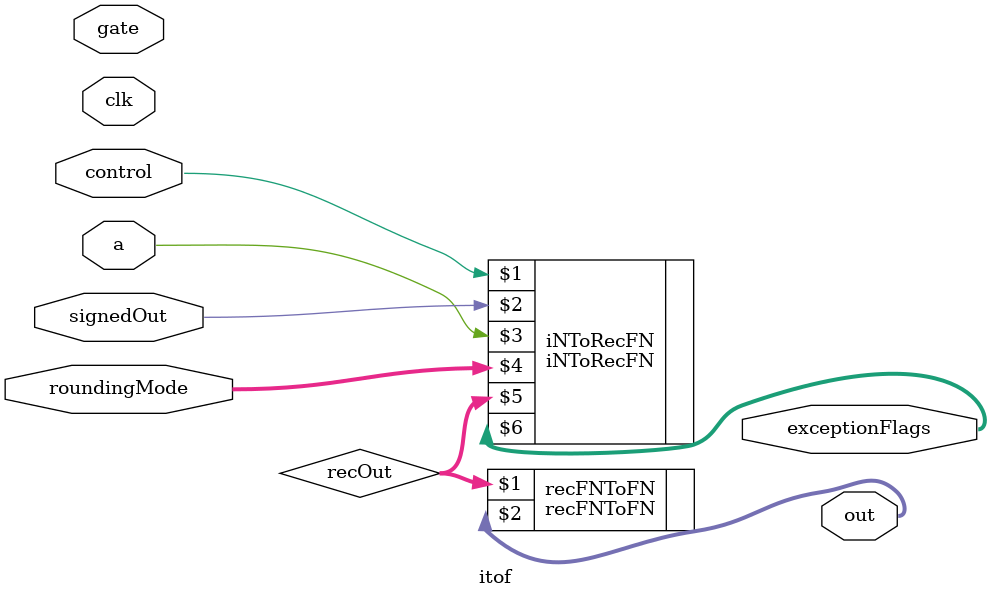
<source format=v>
/*
Author: IIT Madraas
Description: Int to Float Module using Hardfloat
*/

module itof#(parameter expWidth = 3, parameter sigWidth = 3, parameter intWidth = 1) (
        clk,
	gate,
        control,
        a,
        roundingMode,
        signedOut,
        out,
        exceptionFlags
    );
    
    input clk;
    input gate;
    input control;
    input [intWidth-1:0] a;
    input [2:0] roundingMode;
    input signedOut;
    output [(expWidth + sigWidth-1):0] out;
    output [4:0] exceptionFlags;
    
    wire [(expWidth + sigWidth):0] recOut;

    iNToRecFN#(intWidth, expWidth, sigWidth) iNToRecFN(control, signedOut, a, roundingMode, recOut, exceptionFlags);
    
    recFNToFN#(expWidth, sigWidth) recFNToFN(recOut, out);
    
endmodule

</source>
